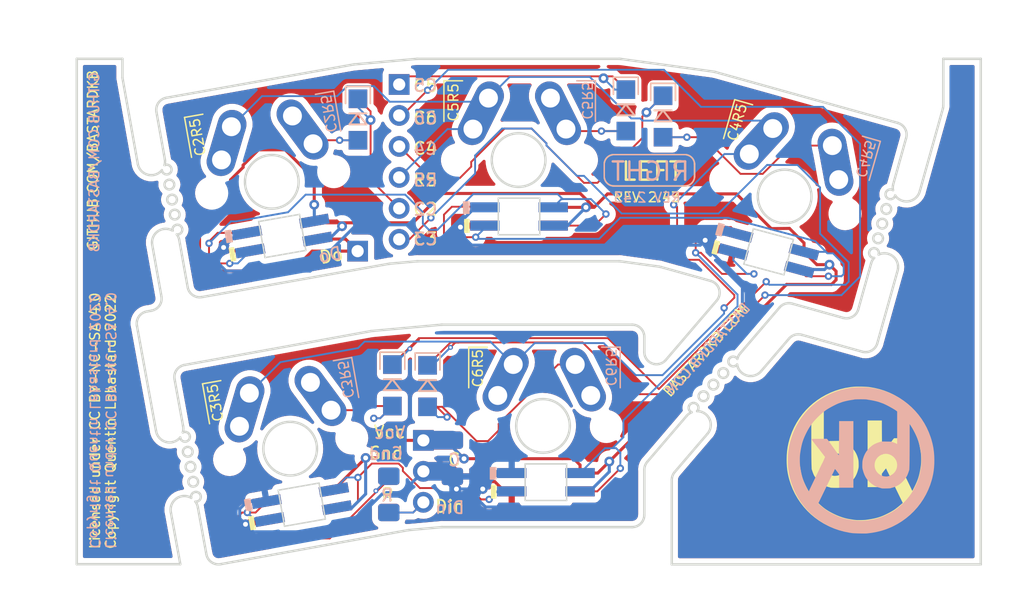
<source format=kicad_pcb>
(kicad_pcb (version 20211014) (generator pcbnew)
  (layers (0 "F.Cu" signal) (31 "B.Cu" signal) (34 "B.Paste" user) (35 "F.Paste" user) (36 "B.SilkS" user "B.Silkscreen") (37 "F.SilkS" user "F.Silkscreen") (38 "B.Mask" user) (39 "F.Mask" user) (44 "Edge.Cuts" user))
  (net 0 "")
  (net 1 "Net-(D1-Pad2)")
  (net 2 "col6")
  (net 3 "Net-(D5-Pad2)")
  (net 4 "col2")
  (net 5 "Net-(D9-Pad2)")
  (net 6 "col3")
  (net 7 "Net-(D14-Pad2)")
  (net 8 "col4")
  (net 9 "Net-(D19-Pad2)")
  (net 10 "col5")
  (net 11 "row1")
  (net 12 "Vcc")
  (net 13 "Din")
  (net 14 "Gnd")
  (net 15 "Net-(D2-Pad1)")
  (net 16 "Net-(D4-Pad1)")
  (net 17 "Net-(D10-Pad3)")
  (net 18 "Net-(D10-Pad1)")
  (net 19 "Net-(D12-Pad1)")
  (net 20 "Net-(D2-Pad3)")
  (footprint "Connector_PinHeader_2.54mm:PinHeader_1x03_P2.54mm_Vertical" (layer "F.Cu") (at 86.41 97.56)
    (fp_text reference "J2" hide)
    (fp_text value "Conn_01x03_Female")
  )
  (footprint "Resistor_SMD:R_1206_3216Metric_Pad1.42x1.75mm_HandSolder" (layer "F.Cu") (at 83.58 101.985 -90)
    (fp_text reference "R2" hide)
    (fp_text value "R")
  )
  (footprint "custom:Diode_TH_SOD123" (layer "F.Cu") (at 86.754162 88.109463 -90)
    (fp_text reference "D1" hide)
    (fp_text value "D")
  )
  (footprint "libs2:YS-SK6812MINI-E_REVERSE" (layer "F.Cu") (at 96.45 100.99)
    (fp_text reference "D4" hide)
    (fp_text value "SK6812MINI")
    (fp_line (start 1.7 1.5) (end 1.7 -1.5) (layer "Edge.Cuts") (width 0.12))
    (fp_line (start -1.7 -1.5) (end -1.7 1.5) (layer "Edge.Cuts") (width 0.12))
    (fp_line (start -1.7 1.5) (end 1.7 1.5) (layer "Edge.Cuts") (width 0.12))
    (fp_line (start 1.7 -1.5) (end -1.7 -1.5) (layer "Edge.Cuts") (width 0.12))
  )
  (footprint "libs2:YS-SK6812MINI-E_REVERSE" (layer "F.Cu") (at 94.25 79.2)
    (fp_text reference "D10" hide)
    (fp_text value "SK6812MINI")
    (fp_line (start -1.7 1.5) (end 1.7 1.5) (layer "Edge.Cuts") (width 0.12))
    (fp_line (start 1.7 -1.5) (end -1.7 -1.5) (layer "Edge.Cuts") (width 0.12))
    (fp_line (start 1.7 1.5) (end 1.7 -1.5) (layer "Edge.Cuts") (width 0.12))
    (fp_line (start -1.7 -1.5) (end -1.7 1.5) (layer "Edge.Cuts") (width 0.12))
  )
  (footprint "custom:Diode_TH_SOD123" (layer "F.Cu") (at 83.872275 88.045142 -90)
    (fp_text reference "D9" hide)
    (fp_text value "D")
  )
  (footprint "custom:SW_MX_reversible" (layer "F.Cu") (at 75.5396 98.2472 10)
    (fp_text reference "SW9" hide)
    (fp_text value "SW_Push")
  )
  (footprint "LED_SMD:LED_1206_3216Metric_Pad1.42x1.75mm_HandSolder" (layer "F.Cu") (at 88.79 99.03 -90)
    (fp_text reference "C1" hide)
    (fp_text value "C")
  )
  (footprint "custom:Diode_TH_SOD123" (layer "F.Cu") (at 81.05 66.25 -90)
    (fp_text reference "D5" hide)
    (fp_text value "D")
  )
  (footprint "custom:SW_MX_reversible" (layer "F.Cu") (at 94.2848 74.5744)
    (fp_text reference "SW19" hide)
    (fp_text value "SW_Push")
  )
  (footprint "custom:SW_MX_reversible" (layer "F.Cu") (at 116.078 77.5716 -16)
    (fp_text reference "SW14" hide)
    (fp_text value "SW_Push")
  )
  (footprint "libs2:YS-SK6812MINI-E_REVERSE" (layer "F.Cu") (at 74.85 80.8 10)
    (fp_text reference "D12" hide)
    (fp_text value "SK6812MINI")
    (fp_line (start 1.7 -1.5) (end -1.7 -1.5) (layer "Edge.Cuts") (width 0.12))
    (fp_line (start -1.7 -1.5) (end -1.7 1.5) (layer "Edge.Cuts") (width 0.12))
    (fp_line (start -1.7 1.5) (end 1.7 1.5) (layer "Edge.Cuts") (width 0.12))
    (fp_line (start 1.7 1.5) (end 1.7 -1.5) (layer "Edge.Cuts") (width 0.12))
  )
  (footprint "libs2:YS-SK6812MINI-E_REVERSE" (layer "F.Cu") (at 76.45 102.83 10)
    (fp_text reference "D2" hide)
    (fp_text value "SK6812MINI")
    (fp_line (start -1.7 1.5) (end 1.7 1.5) (layer "Edge.Cuts") (width 0.12))
    (fp_line (start -1.7 -1.5) (end -1.7 1.5) (layer "Edge.Cuts") (width 0.12))
    (fp_line (start 1.7 -1.5) (end -1.7 -1.5) (layer "Edge.Cuts") (width 0.12))
    (fp_line (start 1.7 1.5) (end 1.7 -1.5) (layer "Edge.Cuts") (width 0.12))
  )
  (footprint "Connector_PinHeader_2.54mm:PinHeader_1x06_P2.54mm_Vertical" (layer "F.Cu") (at 84.4296 68.3768)
    (fp_text reference "J1" hide)
    (fp_text value "Conn_01x06_Female")
  )
  (footprint "custom:SW_MX_reversible" (layer "F.Cu") (at 96.3168 96.4184)
    (fp_text reference "SW1" hide)
    (fp_text value "SW_Push")
  )
  (footprint "custom:Diode_TH_SOD123" (layer "F.Cu") (at 103 65.5 -90)
    (fp_text reference "D19" hide)
    (fp_text value "D")
  )
  (footprint "libs2:YS-SK6812MINI-E_REVERSE" (layer "F.Cu") (at 114.7 82.1 -15)
    (fp_text reference "D7" hide)
    (fp_text value "SK6812MINI")
    (fp_line (start -1.7 -1.5) (end -1.7 1.5) (layer "Edge.Cuts") (width 0.12))
    (fp_line (start 1.7 1.5) (end 1.7 -1.5) (layer "Edge.Cuts") (width 0.12))
    (fp_line (start -1.7 1.5) (end 1.7 1.5) (layer "Edge.Cuts") (width 0.12))
    (fp_line (start 1.7 -1.5) (end -1.7 -1.5) (layer "Edge.Cuts") (width 0.12))
  )
  (footprint "custom:SW_MX_reversible" (layer "F.Cu") (at 74.0664 76.4032 10)
    (fp_text reference "SW5" hide)
    (fp_text value "SW_Push")
  )
  (footprint "Connector_PinHeader_2.54mm:PinHeader_1x01_P2.54mm_Vertical" (layer "F.Cu") (at 81.026 82.042)
    (fp_text reference "J3" hide)
    (fp_text value "Conn_01x01_Female")
  )
  (footprint "custom:Diode_TH_SOD123" (layer "F.Cu") (at 106.05 66 -90)
    (fp_text reference "D14" hide)
    (fp_text value "D")
  )
  (footprint "LOGO" (layer "F.Cu") (at 122.175 99.15)
    (fp_text reference "G***" hide)
    (fp_text value "LOGO" hide)
  )
  (footprint "libs2:YS-SK6812MINI-E_REVERSE_NO_EDGECUT" (layer "B.Cu") (at 94.25 79.2)
    (fp_text reference "D11" hide)
    (fp_text value "SK6812MINI")
  )
  (footprint "libs2:YS-SK6812MINI-E_REVERSE_NO_EDGECUT" (layer "B.Cu") (at 74.85 80.8 10)
    (fp_text reference "D13" hide)
    (fp_text value "SK6812MINI")
  )
  (footprint "libs2:YS-SK6812MINI-E_REVERSE_NO_EDGECUT" (layer "B.Cu") (at 76.45 102.83 10)
    (fp_text reference "D3" hide)
    (fp_text value "SK6812MINI")
  )
  (footprint "LOGO" (layer "B.Cu") (at 122.275 99.2 180)
    (fp_text reference "G***" hide)
    (fp_text value "LOGO" hide)
  )
  (footprint "LED_SMD:LED_1206_3216Metric_Pad1.42x1.75mm_HandSolder" (layer "B.Cu") (at 88.79 99.03 -90)
    (fp_text reference "C2" hide)
    (fp_text value "C")
  )
  (footprint "libs2:YS-SK6812MINI-E_REVERSE_NO_EDGECUT" (layer "B.Cu") (at 96.45 100.99)
    (fp_text reference "D6" hide)
    (fp_text value "SK6812MINI")
  )
  (footprint "Resistor_SMD:R_1206_3216Metric_Pad1.42x1.75mm_HandSolder" (layer "B.Cu") (at 83.58 101.99 -90)
    (fp_text reference "R1" hide)
    (fp_text value "R")
  )
  (footprint "libs2:YS-SK6812MINI-E_REVERSE_NO_EDGECUT" (layer "B.Cu") (at 114.7 82.1 -15)
    (fp_text reference "D8" hide)
    (fp_text value "SK6812MINI")
  )
  (gr_line (start 108.630888 75.91911) (end 108.630888 74.899999) (layer "B.SilkS") (width 0.12))
  (gr_arc (start 107.849999 74.128921) (mid 108.393251 74.359709) (end 108.630888 74.899999) (layer "B.SilkS") (width 0.12))
  (gr_arc (start 108.630888 75.91911) (mid 108.391218 76.471004) (end 107.83481 76.7) (layer "B.SilkS") (width 0.12))
  (gr_arc (start 101.228921 74.90981) (mid 101.468591 74.357916) (end 102.024999 74.12892) (layer "B.SilkS") (width 0.12))
  (gr_arc (start 102.00981 76.699999) (mid 101.466558 76.469211) (end 101.228921 75.928921) (layer "B.SilkS") (width 0.12))
  (gr_line (start 107.83481 76.7) (end 102.00981 76.699999) (layer "B.SilkS") (width 0.12))
  (gr_line (start 102.024999 74.128921) (end 107.849999 74.128921) (layer "B.SilkS") (width 0.12))
  (gr_line (start 101.228921 74.90981) (end 101.228921 75.928921) (layer "B.SilkS") (width 0.12))
  (gr_line (start 101.228922 75.91911) (end 101.228922 74.899999) (layer "F.SilkS") (width 0.12))
  (gr_arc (start 107.834811 74.12892) (mid 108.391219 74.357916) (end 108.630889 74.90981) (layer "F.SilkS") (width 0.12))
  (gr_arc (start 102.025 76.7) (mid 101.468592 76.471004) (end 101.228922 75.91911) (layer "F.SilkS") (width 0.12))
  (gr_arc (start 101.228922 74.899999) (mid 101.46656 74.359709) (end 102.009811 74.128921) (layer "F.SilkS") (width 0.12))
  (gr_arc (start 108.630889 75.928921) (mid 108.393251 76.469211) (end 107.85 76.699999) (layer "F.SilkS") (width 0.12))
  (gr_line (start 108.630889 74.90981) (end 108.630889 75.928921) (layer "F.SilkS") (width 0.12))
  (gr_line (start 102.025 76.7) (end 107.85 76.699999) (layer "F.SilkS") (width 0.12))
  (gr_line (start 107.834811 74.128921) (end 102.009811 74.128921) (layer "F.SilkS") (width 0.12))
  (gr_arc (start 125.273543 71.528083) (mid 125.875837 72.000342) (end 125.967786 72.760166) (layer "Edge.Cuts") (width 0.2))
  (gr_line (start 123.603603 89.594524) (end 125.264183 83.646995) (layer "Edge.Cuts") (width 0.2))
  (gr_line (start 85.870044 82.877356) (end 83.663617 83.072334) (layer "Edge.Cuts") (width 0.2))
  (gr_line (start 107.979626 95.554722) (end 104.75437 99.321531) (layer "Edge.Cuts") (width 0.2))
  (gr_arc (start 106.273569 90.969446) (mid 105.16727 91.25703) (end 104.51397 90.319054) (layer "Edge.Cuts") (width 0.2))
  (gr_arc (start 67.736193 102.582061) (mid 67.861947 102.802356) (end 67.935149 103.045225) (layer "Edge.Cuts") (width 0.2))
  (gr_circle (center 67.108189 98.494757) (end 67.508189 98.494757) (layer "Edge.Cuts") (width 0.2) (fill none))
  (gr_arc (start 116.37133 89.213421) (mid 116.839986 88.907073) (end 117.399848 88.900651) (layer "Edge.Cuts") (width 0.2))
  (gr_arc (start 115.595027 86.660619) (mid 116.063683 86.354271) (end 116.623545 86.347849) (layer "Edge.Cuts") (width 0.2))
  (gr_line (start 87.958943 88.073474) (end 103.51397 88.073475) (layer "Edge.Cuts") (width 0.2))
  (gr_circle (center 94.21397 74.573475) (end 96.41397 74.573475) (layer "Edge.Cuts") (width 0.2) (fill none))
  (gr_circle (center 65.602185 76.585298) (end 66.002185 76.585298) (layer "Edge.Cuts") (width 0.2) (fill none))
  (gr_line (start 129.008891 66.273475) (end 132.079391 66.273475) (layer "Edge.Cuts") (width 0.2))
  (gr_circle (center 65.821393 77.815927) (end 66.221393 77.815927) (layer "Edge.Cuts") (width 0.2) (fill none))
  (gr_arc (start 127.079392 77.145648) (mid 126.178192 77.953235) (end 125.066 77.476385) (layer "Edge.Cuts") (width 0.2))
  (gr_arc (start 66.026436 92.542252) (mid 66.188177 91.79417) (end 66.831519 91.379565) (layer "Edge.Cuts") (width 0.2))
  (gr_arc (start 122.041556 86.822339) (mid 121.569297 87.424633) (end 120.809474 87.516581) (layer "Edge.Cuts") (width 0.2))
  (gr_line (start 87.86918 104.677511) (end 85.193033 104.918705) (layer "Edge.Cuts") (width 0.2))
  (gr_line (start 109.953123 84.485433) (end 105.8498 83.339765) (layer "Edge.Cuts") (width 0.2))
  (gr_line (start 80.752529 66.729582) (end 85.870044 66.277357) (layer "Edge.Cuts") (width 0.2))
  (gr_line (start 107.00437 100.153188) (end 109.688724 97.018103) (layer "Edge.Cuts") (width 0.2))
  (gr_circle (center 109.361709 93.940574) (end 109.761709 93.940574) (layer "Edge.Cuts") (width 0.2) (fill none))
  (gr_arc (start 66.70496 96.907553) (mid 67.239247 97.450064) (end 66.488727 97.321608) (layer "Edge.Cuts") (width 0.2))
  (gr_line (start 82.224916 88.586214) (end 87.86918 88.077511) (layer "Edge.Cuts") (width 0.2))
  (gr_line (start 85.103994 104.930783) (end 69.799635 107.712057) (layer "Edge.Cuts") (width 0.2))
  (gr_arc (start 82.135877 88.598292) (mid 82.180261 88.591252) (end 82.224916 88.586214) (layer "Edge.Cuts") (width 0.2))
  (gr_line (start 110.313869 67.351267) (end 125.273543 71.528083) (layer "Edge.Cuts") (width 0.2))
  (gr_line (start 104.51397 89.073475) (end 104.51397 90.319054) (layer "Edge.Cuts") (width 0.2))
  (gr_line (start 123.097067 83.041925) (end 122.041557 86.822338) (layer "Edge.Cuts") (width 0.2))
  (gr_arc (start 65.868918 80.362055) (mid 66.527591 79.980044) (end 66.215918 80.674769) (layer "Edge.Cuts") (width 0.2))
  (gr_arc (start 124.888938 77.044125) (mid 124.872041 76.791028) (end 124.912276 76.540578) (layer "Edge.Cuts") (width 0.2))
  (gr_arc (start 112.114062 91.340654) (mid 111.40112 91.073262) (end 112.136035 90.874052) (layer "Edge.Cuts") (width 0.2))
  (gr_line (start 132.079391 66.273475) (end 132.079391 107.728172) (layer "Edge.Cuts") (width 0.2))
  (gr_arc (start 108.842585 95.161445) (mid 109.857879 95.819878) (end 109.688724 97.018103) (layer "Edge.Cuts") (width 0.2))
  (gr_arc (start 125.066 77.476384) (mid 124.306821 77.534967) (end 124.888937 77.044125) (layer "Edge.Cuts") (width 0.2))
  (gr_circle (center 116.010422 77.559217) (end 118.210422 77.559217) (layer "Edge.Cuts") (width 0.2) (fill none))
  (gr_line (start 106.273569 90.969446) (end 110.443802 86.098988) (layer "Edge.Cuts") (width 0.2))
  (gr_arc (start 106.76397 100.80358) (mid 106.825993 100.456881) (end 107.00437 100.153188) (layer "Edge.Cuts") (width 0.2))
  (gr_arc (start 123.097067 83.041925) (mid 123.19239 82.806856) (end 123.337955 82.599119) (layer "Edge.Cuts") (width 0.2))
  (gr_arc (start 65.204499 74.996694) (mid 65.736891 75.54107) (end 64.986821 75.409994) (layer "Edge.Cuts") (width 0.2))
  (gr_line (start 65.350353 69.469185) (end 80.665188 66.741197) (layer "Edge.Cuts") (width 0.2))
  (gr_arc (start 109.953123 84.485433) (mid 110.640944 85.157653) (end 110.443802 86.098988) (layer "Edge.Cuts") (width 0.2))
  (gr_line (start 58.014399 66.273475) (end 61.756142 66.273475) (layer "Edge.Cuts") (width 0.2))
  (gr_circle (center 124.004671 79.791252) (end 124.404671 79.791252) (layer "Edge.Cuts") (width 0.2) (fill none))
  (gr_line (start 105.716596 83.31218) (end 102.581512 82.882727) (layer "Edge.Cuts") (width 0.2))
  (gr_line (start 65.229531 74.49323) (end 64.541216 70.629055) (layer "Edge.Cuts") (width 0.2))
  (gr_arc (start 112.136035 90.874053) (mid 112.227565 90.637481) (end 112.36977 90.427429) (layer "Edge.Cuts") (width 0.2))
  (gr_line (start 117.399848 88.900651) (end 122.37152 90.288766) (layer "Edge.Cuts") (width 0.2))
  (gr_line (start 104.513969 99.971923) (end 104.513969 103.673475) (layer "Edge.Cuts") (width 0.2))
  (gr_arc (start 80.665187 66.741197) (mid 80.70873 66.734427) (end 80.752529 66.729582) (layer "Edge.Cuts") (width 0.2))
  (gr_line (start 61.756142 66.273475) (end 61.756142 67.823994) (layer "Edge.Cuts") (width 0.2))
  (gr_line (start 66.831519 91.379565) (end 82.135877 88.598292) (layer "Edge.Cuts") (width 0.2))
  (gr_circle (center 124.340821 78.587298) (end 124.740821 78.587298) (layer "Edge.Cuts") (width 0.2) (fill none))
  (gr_arc (start 103.51397 88.073475) (mid 104.221077 88.366368) (end 104.51397 89.073475) (layer "Edge.Cuts") (width 0.2))
  (gr_line (start 66.496404 107.712057) (end 58.014399 107.712057) (layer "Edge.Cuts") (width 0.2))
  (gr_line (start 58.014399 107.712057) (end 58.014399 66.273475) (layer "Edge.Cuts") (width 0.2))
  (gr_circle (center 110.987688 92.041577) (end 111.387688 92.041577) (layer "Edge.Cuts") (width 0.2) (fill none))
  (gr_line (start 65.721408 103.44753) (end 66.496404 107.712057) (layer "Edge.Cuts") (width 0.2))
  (gr_arc (start 123.713331 82.321102) (mid 124.911681 82.489368) (end 125.264183 83.646995) (layer "Edge.Cuts") (width 0.2))
  (gr_line (start 85.958069 66.273475) (end 102.445796 66.273475) (layer "Edge.Cuts") (width 0.2))
  (gr_arc (start 66.215917 80.674769) (mid 66.340901 80.895502) (end 66.413256 81.138625) (layer "Edge.Cuts") (width 0.2))
  (gr_line (start 83.576275 83.083949) (end 68.26144 85.811937) (layer "Edge.Cuts") (width 0.2))
  (gr_arc (start 110.180665 67.323682) (mid 110.247737 67.335207) (end 110.313869 67.351267) (layer "Edge.Cuts") (width 0.2))
  (gr_line (start 67.101571 85.0028) (end 66.413256 81.138625) (layer "Edge.Cuts") (width 0.2))
  (gr_circle (center 66.040602 79.046556) (end 66.440602 79.046556) (layer "Edge.Cuts") (width 0.2) (fill none))
  (gr_arc (start 102.445797 66.273476) (mid 102.513812 66.275792) (end 102.581512 66.282728) (layer "Edge.Cuts") (width 0.2))
  (gr_line (start 68.636948 106.906974) (end 67.935149 103.045225) (layer "Edge.Cuts") (width 0.2))
  (gr_line (start 61.756142 67.823994) (end 63.014399 74.887804) (layer "Edge.Cuts") (width 0.2))
  (gr_line (start 64.142508 86.92331) (end 63.751047 86.99304) (layer "Edge.Cuts") (width 0.2))
  (gr_arc (start 87.86918 88.077511) (mid 87.914016 88.074484) (end 87.958943 88.073474) (layer "Edge.Cuts") (width 0.2))
  (gr_circle (center 123.668522 80.995205) (end 124.068522 80.995205) (layer "Edge.Cuts") (width 0.2) (fill none))
  (gr_arc (start 129.008891 70.097974) (mid 128.999639 70.23369) (end 128.972054 70.366894) (layer "Edge.Cuts") (width 0.2))
  (gr_arc (start 107.979627 95.554722) (mid 108.165277 95.381869) (end 108.384933 95.255003) (layer "Edge.Cuts") (width 0.2))
  (gr_arc (start 64.198124 81.533201) (mid 64.659956 80.41469) (end 65.868917 80.362054) (layer "Edge.Cuts") (width 0.2))
  (gr_arc (start 65.229531 74.493229) (mid 65.245577 74.746382) (end 65.204499 74.996695) (layer "Edge.Cuts") (width 0.2))
  (gr_arc (start 64.541216 70.629054) (mid 64.705568 69.881542) (end 65.350353 69.469185) (layer "Edge.Cuts") (width 0.2))
  (gr_arc (start 67.388104 102.270559) (mid 68.045441 101.886253) (end 67.736193 102.582061) (layer "Edge.Cuts") (width 0.2))
  (gr_arc (start 87.86918 104.677512) (mid 87.914016 104.674485) (end 87.958943 104.673475) (layer "Edge.Cuts") (width 0.2))
  (gr_line (start 120.809474 87.516581) (end 116.623545 86.347849) (layer "Edge.Cuts") (width 0.2))
  (gr_arc (start 69.799635 107.712057) (mid 69.051553 107.550316) (end 68.636948 106.906974) (layer "Edge.Cuts") (width 0.2))
  (gr_line (start 102.445796 82.873475) (end 85.958069 82.873475) (layer "Edge.Cuts") (width 0.2))
  (gr_line (start 125.967786 72.760166) (end 124.912276 76.540578) (layer "Edge.Cuts") (width 0.2))
  (gr_circle (center 67.555195 100.954469) (end 67.955195 100.954469) (layer "Edge.Cuts") (width 0.2) (fill none))
  (gr_arc (start 65.721408 103.447531) (mid 66.179333 102.327414) (end 67.388103 102.270559) (layer "Edge.Cuts") (width 0.2))
  (gr_line (start 103.513969 104.673475) (end 87.958943 104.673475) (layer "Edge.Cuts") (width 0.2))
  (gr_arc (start 85.870044 82.877357) (mid 85.914014 82.874446) (end 85.958069 82.873475) (layer "Edge.Cuts") (width 0.2))
  (gr_arc (start 62.942529 88.156345) (mid 63.105265 87.40683) (end 63.751047 86.99304) (layer "Edge.Cuts") (width 0.2))
  (gr_arc (start 123.603602 89.594524) (mid 123.131343 90.196818) (end 122.37152 90.288766) (layer "Edge.Cuts") (width 0.2))
  (gr_line (start 129.008891 70.097974) (end 129.008891 66.273475) (layer "Edge.Cuts") (width 0.2))
  (gr_arc (start 66.728234 96.404001) (mid 66.745164 96.657096) (end 66.70496 96.907551) (layer "Edge.Cuts") (width 0.2))
  (gr_circle (center 73.99277 76.360383) (end 76.19277 76.360383) (layer "Edge.Cuts") (width 0.2) (fill none))
  (gr_line (start 62.942529 88.156345) (end 64.514493 96.806306) (layer "Edge.Cuts") (width 0.2))
  (gr_arc (start 105.716596 83.31218) (mid 105.783668 83.323705) (end 105.8498 83.339765) (layer "Edge.Cuts") (width 0.2))
  (gr_arc (start 85.103994 104.930783) (mid 85.148378 104.923743) (end 85.193033 104.918705) (layer "Edge.Cuts") (width 0.2))
  (gr_line (start 106.763969 107.728172) (end 106.763969 100.803579) (layer "Edge.Cuts") (width 0.2))
  (gr_line (start 115.595026 86.66062) (end 112.36977 90.427429) (layer "Edge.Cuts") (width 0.2))
  (gr_line (start 102.581512 66.282728) (end 110.180665 67.323682) (layer "Edge.Cuts") (width 0.2))
  (gr_line (start 132.079391 107.728172) (end 106.763969 107.728172) (layer "Edge.Cuts") (width 0.2))
  (gr_line (start 127.079391 77.145648) (end 128.972054 70.366894) (layer "Edge.Cuts") (width 0.2))
  (gr_circle (center 67.331692 99.724613) (end 67.731692 99.724613) (layer "Edge.Cuts") (width 0.2) (fill none))
  (gr_arc (start 123.337956 82.599119) (mid 123.094302 81.877719) (end 123.713331 82.321102) (layer "Edge.Cuts") (width 0.2))
  (gr_line (start 114.078868 91.89081) (end 116.371329 89.213421) (layer "Edge.Cuts") (width 0.2))
  (gr_line (start 66.728234 96.404001) (end 66.026436 92.542252) (layer "Edge.Cuts") (width 0.2))
  (gr_arc (start 114.078868 91.890809) (mid 112.920981 92.242452) (end 112.114062 91.340654) (layer "Edge.Cuts") (width 0.2))
  (gr_line (start 64.198124 81.5332) (end 64.951644 85.76344) (layer "Edge.Cuts") (width 0.2))
  (gr_arc (start 85.870044 66.277357) (mid 85.914014 66.274446) (end 85.958069 66.273475) (layer "Edge.Cuts") (width 0.2))
  (gr_circle (center 110.174698 92.991076) (end 110.574698 92.991076) (layer "Edge.Cuts") (width 0.2) (fill none))
  (gr_arc (start 68.261441 85.811936) (mid 67.513928 85.647585) (end 67.101571 85.0028) (layer "Edge.Cuts") (width 0.2))
  (gr_arc (start 104.513969 103.673475) (mid 104.221076 104.380582) (end 103.513969 104.673475) (layer "Edge.Cuts") (width 0.2))
  (gr_arc (start 64.951644 85.76344) (mid 64.787293 86.510953) (end 64.142508 86.92331) (layer "Edge.Cuts") (width 0.2))
  (gr_circle (center 96.213969 96.373475) (end 98.413969 96.373475) (layer "Edge.Cuts") (width 0.2) (fill none))
  (gr_circle (center 75.497938 98.240555) (end 77.697938 98.240555) (layer "Edge.Cuts") (width 0.2) (fill none))
  (gr_arc (start 83.576275 83.083949) (mid 83.619818 83.077179) (end 83.663617 83.072334) (layer "Edge.Cuts") (width 0.2))
  (gr_arc (start 64.986822 75.409993) (mid 63.834046 75.778049) (end 63.014399 74.887804) (layer "Edge.Cuts") (width 0.2))
  (gr_arc (start 66.488727 97.321609) (mid 65.337242 97.693686) (end 64.514493 96.806306) (layer "Edge.Cuts") (width 0.2))
  (gr_arc (start 108.384933 95.255003) (mid 108.468603 94.498179) (end 108.842586 95.161444) (layer "Edge.Cuts") (width 0.2))
  (gr_arc (start 102.445796 82.873475) (mid 102.513811 82.875791) (end 102.581512 82.882727) (layer "Edge.Cuts") (width 0.2))
  (gr_arc (start 104.513969 99.971923) (mid 104.575993 99.625223) (end 104.75437 99.321531) (layer "Edge.Cuts") (width 0.2))
  (gr_text "C6R5" (at 101.763 91.55 270) (layer "B.SilkS") (effects (font (size 0.8 0.8) (thickness 0.12)) (justify mirror)))
  (gr_text "C3R5" (at 80.025 92.575 280) (layer "B.SilkS") (effects (font (size 0.8 0.8) (thickness 0.12)) (justify mirror)))
  (gr_text "C" (at 88.94 99.1775) (layer "B.SilkS") (effects (font (size 1 1)) (justify mirror)))
  (gr_text "RIGHT" (at 104.999999 75.5025) (layer "B.SilkS") (effects (font (size 1.5 1.5) (thickness 0.2)) (justify mirror)))
  (gr_text "R" (at 83.44 102.0675) (layer "B.SilkS") (effects (font (size 1 1)) (justify mirror)))
  (gr_text "C2" (at 86.575 78.6176) (layer "B.SilkS") (effects (font (size 1 1)) (justify mirror)))
  (gr_text "Din" (at 88.575 103.0775) (layer "B.SilkS") (effects (font (size 1 1)) (justify mirror)))
  (gr_text "REV 2.43" (at 104.75 77.65) (layer "B.SilkS") (effects (font (size 0.8 0.8) (thickness 0.12)) (justify mirror)))
  (gr_text "C4R5" (at 122.625 74.475 254) (layer "B.SilkS") (effects (font (size 0.8 0.8) (thickness 0.12)) (justify mirror)))
  (gr_text "C5" (at 86.575 68.4576) (layer "B.SilkS") (effects (font (size 1 1)) (justify mirror)))
  (gr_text "GITHUB.COM/BASTARDKB" (at 59.45 74.75 90) (layer "B.SilkS") (effects (font (size 0.8 0.8) (thickness 0.12)) (justify mirror)))
  (gr_text "Vcc" (at 83.65 96.9275) (layer "B.SilkS") (effects (font (size 1 1)) (justify mirror)))
  (gr_text "R5" (at 86.575 76.2317) (layer "B.SilkS") (effects (font (size 1 1)) (justify mirror)))
  (gr_text "Do" (at 78.74903 82.34721 10) (layer "B.SilkS") (effects (font (size 1 1)) (justify mirror)))
  (gr_text "C5R5" (at 99.813 69.7 270) (layer "B.SilkS") (effects (font (size 0.8 0.8) (thickness 0.12)) (justify mirror)))
  (gr_text "C2R5" (at 78.625 70.775 280) (layer "B.SilkS") (effects (font (size 0.8 0.8) (thickness 0.12)) (justify mirror)))
  (gr_text "C3" (at 86.575 81.0577) (layer "B.SilkS") (effects (font (size 1 1)) (justify mirror)))
  (gr_text "C6" (at 86.575 71.15) (layer "B.SilkS") (effects (font (size 1 1)) (justify mirror)))
  (gr_text "C4" (at 86.575 73.6409) (layer "B.SilkS") (effects (font (size 1 1)) (justify mirror)))
  (gr_text "Gnd" (at 83.34 98.6425) (layer "B.SilkS") (effects (font (size 1 1)) (justify mirror)))
  (gr_text "BASTARDKB.COM" (at 109.725 90.075 48) (layer "B.SilkS") (effects (font (size 0.8 0.8) (thickness 0.12)) (justify mirror)))
  (gr_text "Licensed under CC BY-NC-SA 4.0\nCopyright Quentin Lebastard 2022" (at 60.14 106.51 -90) (layer "B.SilkS") (effects (font (size 0.8 0.8) (thickness 0.12)) (justify left mirror)))
  (gr_text "C3R5" (at 69.375 94.475 100) (layer "F.SilkS") (effects (font (size 0.8 0.8) (thickness 0.12))))
  (gr_text "Din" (at 88.575 102.975) (layer "F.SilkS") (effects (font (size 1 1))))
  (gr_text "C3" (at 86.575 81.0401) (layer "F.SilkS") (effects (font (size 1 1))))
  (gr_text "C5" (at 86.575 68.4824) (layer "F.SilkS") (effects (font (size 1 1))))
  (gr_text "Vcc" (at 83.65 96.875) (layer "F.SilkS") (effects (font (size 1 1))))
  (gr_text "BASTARDKB.COM" (at 109.55 90.2 48) (layer "F.SilkS") (effects (font (size 0.8 0.8) (thickness 0.12))))
  (gr_text "GITHUB.COM/BASTARDKB" (at 59.325 74.575 90) (layer "F.SilkS") (effects (font (size 0.8 0.8) (thickness 0.12))))
  (gr_text "C4R5" (at 112.125 71.475 74) (layer "F.SilkS") (effects (font (size 0.8 0.8) (thickness 0.12))))
  (gr_text "C" (at 88.94 99.13) (layer "F.SilkS") (effects (font (size 1 1))))
  (gr_text "C2" (at 86.575 78.6) (layer "F.SilkS") (effects (font (size 1 1))))
  (gr_text "C5R5" (at 88.875 69.85 90) (layer "F.SilkS") (effects (font (size 0.8 0.8) (thickness 0.12))))
  (gr_text "Do" (at 78.875 82.425 10) (layer "F.SilkS") (effects (font (size 1 1))))
  (gr_text "C6R5" (at 90.875 91.65 90) (layer "F.SilkS") (effects (font (size 0.8 0.8) (thickness 0.12))))
  (gr_text "R" (at 83.47 102) (layer "F.SilkS") (effects (font (size 1 1))))
  (gr_text "Licensed under CC BY-NC-SA 4.0\nCopyright Quentin Lebastard 2022" (at 60.149509 106.5431 90) (layer "F.SilkS") (effects (font (size 0.8 0.8) (thickness 0.12)) (justify left)))
  (gr_text "LEFT" (at 105.15 75.5) (layer "F.SilkS") (effects (font (size 1.5 1.5) (thickness 0.2))))
  (gr_text "C2R5" (at 67.925 72.7 100) (layer "F.SilkS") (effects (font (size 0.8 0.8) (thickness 0.12))))
  (gr_text "R5" (at 86.575 76.2141) (layer "F.SilkS") (effects (font (size 1 1))))
  (gr_text "Gnd" (at 83.34 98.6) (layer "F.SilkS") (effects (font (size 1 1))))
  (gr_text "REV 2.43" (at 104.725 77.625) (layer "F.SilkS") (effects (font (size 0.8 0.8) (thickness 0.12))))
  (gr_text "C4" (at 86.575 73.6233) (layer "F.SilkS") (effects (font (size 1 1))))
  (gr_text "C6" (at 86.575 71.1324) (layer "F.SilkS") (effects (font (size 1 1))))
  (segment (start 92.58 96.74331) (end 92.58 96.211978) (width 0.1524) (layer "F.Cu") (net 1))
  (segment (start 87.959753 94.809463) (end 90.77029 97.62) (width 0.1524) (layer "F.Cu") (net 1))
  (segment (start 86.754162 94.809463) (end 87.959753 94.809463) (width 0.1524) (layer "F.Cu") (net 1))
  (segment (start 90.77029 97.62) (end 91.70331 97.62) (width 0.1524) (layer "F.Cu") (net 1))
  (segment (start 91.70331 97.62) (end 92.58 96.74331) (width 0.1524) (layer "F.Cu") (net 1))
  (segment (start 92.58 96.211978) (end 97.453578 91.3384) (width 0.1524) (layer "F.Cu") (net 1))
  (segment (start 97.453578 91.3384) (end 98.8568 91.3384) (width 0.1524) (layer "F.Cu") (net 1))
  (segment (start 87.509463 94.809463) (end 88.35 95.65) (width 0.1524) (layer "F.Cu") (net 1))
  (segment (start 86.754162 94.809463) (end 87.509463 94.809463) (width 0.1524) (layer "F.Cu") (net 1))
  (via (at 88.35 95.65) (size 0.6) (drill 0.3) (layers "F.Cu" "B.Cu") (net 1))
  (segment (start 87.594699 95.65) (end 88.35 95.65) (width 0.1524) (layer "B.Cu") (net 1))
  (segment (start 86.754162 94.809463) (end 87.594699 95.65) (width 0.1524) (layer "B.Cu") (net 1))
  (segment (start 89.29 89.53) (end 99.455178 89.53) (width 0.1524) (layer "F.Cu") (net 2))
  (segment (start 99.455178 89.53) (end 103.7 93.774822) (width 0.1524) (layer "F.Cu") (net 2))
  (segment (start 84.6832 70.9168) (end 84.4296 70.9168) (width 0.1524) (layer "F.Cu") (net 2))
  (segment (start 88.633625 89.53) (end 89.29 89.53) (width 0.1524) (layer "F.Cu") (net 2))
  (segment (start 106.275178 93.774822) (end 114.4 85.65) (width 0.1524) (layer "F.Cu") (net 2))
  (segment (start 103.7 93.774822) (end 106.275178 93.774822) (width 0.1524) (layer "F.Cu") (net 2))
  (segment (start 86.754162 91.409463) (end 88.633625 89.53) (width 0.1524) (layer "F.Cu") (net 2))
  (segment (start 86.75 68.85) (end 84.6832 70.9168) (width 0.1524) (layer "F.Cu") (net 2))
  (segment (start 89.039825 89.53) (end 89.29 89.53) (width 0.1524) (layer "F.Cu") (net 2))
  (segment (start 88.633625 89.9362) (end 89.039825 89.53) (width 0.1524) (layer "F.Cu") (net 2))
  (via (at 88.633625 89.9362) (size 0.4) (drill 0.2) (layers "F.Cu" "B.Cu") (net 2))
  (via (at 86.75 68.85) (size 0.6) (drill 0.3) (layers "F.Cu" "B.Cu") (net 2))
  (via (at 114.4 85.65) (size 0.6) (drill 0.3) (layers "F.Cu" "B.Cu") (net 2))
  (segment (start 109.16 70.21) (end 106.12 67.17) (width 0.1524) (layer "B.Cu") (net 2))
  (segment (start 114.4 85.65) (end 120.67 85.65) (width 0.1524) (layer "B.Cu") (net 2))
  (segment (start 87.160362 91.409463) (end 88.633625 89.9362) (width 0.1524) (layer "B.Cu") (net 2))
  (segment (start 122.19 73.246265) (end 119.153735 70.21) (width 0.1524) (layer "B.Cu") (net 2))
  (segment (start 88.43 67.17) (end 86.75 68.85) (width 0.1524) (layer "B.Cu") (net 2))
  (segment (start 106.12 67.17) (end 88.43 67.17) (width 0.1524) (layer "B.Cu") (net 2))
  (segment (start 86.754162 91.409463) (end 87.160362 91.409463) (width 0.1524) (layer "B.Cu") (net 2))
  (segment (start 119.153735 70.21) (end 109.16 70.21) (width 0.1524) (layer "B.Cu") (net 2))
  (segment (start 122.19 84.13) (end 122.19 73.246265) (width 0.1524) (layer "B.Cu") (net 2))
  (segment (start 120.67 85.65) (end 122.19 84.13) (width 0.1524) (layer "B.Cu") (net 2))
  (segment (start 81.05 72.95) (end 77.66764 72.95) (width 0.1524) (layer "F.Cu") (net 3))
  (segment (start 77.66764 72.95) (end 77.377451 73.240189) (width 0.1524) (layer "F.Cu") (net 3))
  (via (at 79.55 72.95) (size 0.6) (drill 0.3) (layers "F.Cu" "B.Cu") (net 3))
  (segment (start 81.05 72.95) (end 79.55 72.95) (width 0.1524) (layer "B.Cu") (net 3))
  (segment (start 82.08821 76.19541) (end 84.4296 78.5368) (width 0.1524) (layer "F.Cu") (net 4))
  (segment (start 81.05 69.55) (end 82.08821 70.58821) (width 0.1524) (layer "F.Cu") (net 4))
  (segment (start 82.08821 70.58821) (end 82.08821 76.19541) (width 0.1524) (layer "F.Cu") (net 4))
  (via (at 82.08821 71.28821) (size 0.8) (drill 0.4) (layers "F.Cu" "B.Cu") (net 4))
  (segment (start 81.05 69.55) (end 81.05 70.25) (width 0.1524) (layer "B.Cu") (net 4))
  (segment (start 81.05 70.25) (end 82.08821 71.28821) (width 0.1524) (layer "B.Cu") (net 4))
  (segment (start 81.055811 95.084189) (end 81.394858 94.745142) (width 0.1524) (layer "F.Cu") (net 5))
  (segment (start 78.850651 95.084189) (end 81.055811 95.084189) (width 0.1524) (layer "F.Cu") (net 5))
  (segment (start 83.872275 94.745142) (end 82.867417 95.75) (width 0.1524) (layer "F.Cu") (net 5))
  (segment (start 81.394858 94.745142) (end 83.872275 94.745142) (width 0.1524) (layer "F.Cu") (net 5))
  (segment (start 82.867417 95.75) (end 82.35 95.75) (width 0.1524) (layer "F.Cu") (net 5))
  (via (at 82.35 95.75) (size 0.6) (drill 0.3) (layers "F.Cu" "B.Cu") (net 5))
  (segment (start 83.872275 94.745142) (end 82.867417 95.75) (width 0.1524) (layer "B.Cu") (net 5))
  (segment (start 82.867417 95.75) (end 82.35 95.75) (width 0.1524) (layer "B.Cu") (net 5))
  (segment (start 84.4296 81.0768) (end 85.2632 81.0768) (width 0.1524) (layer "F.Cu") (net 6))
  (segment (start 85.2632 81.0768) (end 87.03 79.31) (width 0.1524) (layer "F.Cu") (net 6))
  (segment (start 101.52759 89.17759) (end 105.7 93.35) (width 0.1524) (layer "F.Cu") (net 6))
  (segment (start 86.039827 89.17759) (end 101.52759 89.17759) (width 0.1524) (layer "F.Cu") (net 6))
  (segment (start 105.7 93.35) (end 114.5 84.55) (width 0.1524) (layer "F.Cu") (net 6))
  (segment (start 83.872275 91.345142) (end 86.039827 89.17759) (width 0.1524) (layer "F.Cu") (net 6))
  (segment (start 85.3 90.05) (end 86.039827 89.310173) (width 0.1524) (layer "F.Cu") (net 6))
  (segment (start 86.039827 89.310173) (end 86.039827 89.17759) (width 0.1524) (layer "F.Cu") (net 6))
  (via (at 87.03 79.31) (size 0.6) (drill 0.3) (layers "F.Cu" "B.Cu") (net 6))
  (via (at 114.5 84.55) (size 0.6) (drill 0.3) (layers "F.Cu" "B.Cu") (net 6))
  (via (at 85.3 90.05) (size 0.4) (drill 0.2) (layers "F.Cu" "B.Cu") (net 6))
  (segment (start 102.65717 78.95717) (end 99.57 75.87) (width 0.1524) (layer "B.Cu") (net 6))
  (segment (start 92.858247 71.991753) (end 90.65 74.2) (width 0.1524) (layer "B.Cu") (net 6))
  (segment (start 118.913773 76.819267) (end 117.07284 74.978334) (width 0.1524) (layer "B.Cu") (net 6))
  (segment (start 120.999192 84.800808) (end 121.26 84.54) (width 0.1524) (layer "B.Cu") (net 6))
  (segment (start 99.57 75.87) (end 98.99229 75.87) (width 0.1524) (layer "B.Cu") (net 6))
  (segment (start 110.59283 78.95717) (end 102.65717 78.95717) (width 0.1524) (layer "B.Cu") (net 6))
  (segment (start 117.07284 74.978334) (end 114.571666 74.978334) (width 0.1524) (layer "B.Cu") (net 6))
  (segment (start 83.872275 91.345142) (end 84.004858 91.345142) (width 0.1524) (layer "B.Cu") (net 6))
  (segment (start 96.498179 73.375889) (end 96.498179 73.209327) (width 0.1524) (layer "B.Cu") (net 6))
  (segment (start 121.26 82.96) (end 118.913773 80.613773) (width 0.1524) (layer "B.Cu") (net 6))
  (segment (start 84.004858 91.345142) (end 85.3 90.05) (width 0.1524) (layer "B.Cu") (net 6))
  (segment (start 114.5 84.55) (end 114.750808 84.800808) (width 0.1524) (layer "B.Cu") (net 6))
  (segment (start 95.280605 71.991753) (end 92.858247 71.991753) (width 0.1524) (layer "B.Cu") (net 6))
  (segment (start 90.65 74.2) (end 90.65 75.69) (width 0.1524) (layer "B.Cu") (net 6))
  (segment (start 98.99229 75.87) (end 96.498179 73.375889) (width 0.1524) (layer "B.Cu") (net 6))
  (segment (start 114.750808 84.800808) (end 120.999192 84.800808) (width 0.1524) (layer "B.Cu") (net 6))
  (segment (start 90.65 75.69) (end 87.03 79.31) (width 0.1524) (layer "B.Cu") (net 6))
  (segment (start 121.26 84.54) (end 121.26 82.96) (width 0.1524) (layer "B.Cu") (net 6))
  (segment (start 96.498179 73.209327) (end 95.280605 71.991753) (width 0.1524) (layer "B.Cu") (net 6))
  (segment (start 118.913773 80.613773) (end 118.913773 76.819267) (width 0.1524) (layer "B.Cu") (net 6))
  (segment (start 114.571666 74.978334) (end 110.59283 78.95717) (width 0.1524) (layer "B.Cu") (net 6))
  (segment (start 112.397557 75.706018) (end 114.211525 75.706018) (width 0.1524) (layer "F.Cu") (net 7))
  (segment (start 106.05 72.7) (end 109.391539 72.7) (width 0.1524) (layer "F.Cu") (net 7))
  (segment (start 114.211525 75.706018) (end 116.529034 73.388509) (width 0.1524) (layer "F.Cu") (net 7))
  (segment (start 116.529034 73.388509) (end 119.919842 73.388509) (width 0.1524) (layer "F.Cu") (net 7))
  (segment (start 109.391539 72.7) (end 112.397557 75.706018) (width 0.1524) (layer "F.Cu") (net 7))
  (via (at 108 72.7) (size 0.6) (drill 0.3) (layers "F.Cu" "B.Cu") (net 7))
  (segment (start 106.05 72.7) (end 108 72.7) (width 0.1524) (layer "B.Cu") (net 7))
  (segment (start 87.0128 76.04) (end 84.4296 73.4568) (width 0.1524) (layer "F.Cu") (net 8))
  (segment (start 90.331901 74.722922) (end 90.331901 75.115409) (width 0.1524) (layer "F.Cu") (net 8))
  (segment (start 104.35 72.76462) (end 100.67462 76.44) (width 0.1524) (layer "F.Cu") (net 8))
  (segment (start 106.05 69.3) (end 104.685 70.665) (width 0.1524) (layer "F.Cu") (net 8))
  (segment (start 104.35 71) (end 104.35 72.76462) (width 0.1524) (layer "F.Cu") (net 8))
  (segment (start 93.059073 71.99575) (end 90.331901 74.722922) (width 0.1524) (layer "F.Cu") (net 8))
  (segment (start 95.283828 71.99575) (end 93.059073 71.99575) (width 0.1524) (layer "F.Cu") (net 8))
  (segment (start 96.498179 73.210101) (end 95.283828 71.99575) (width 0.1524) (layer "F.Cu") (net 8))
  (segment (start 96.498179 73.375889) (end 96.498179 73.210101) (width 0.1524) (layer "F.Cu") (net 8))
  (segment (start 100.67462 76.44) (end 99.56229 76.44) (width 0.1524) (layer "F.Cu") (net 8))
  (segment (start 90.331901 75.115409) (end 89.40731 76.04) (width 0.1524) (layer "F.Cu") (net 8))
  (segment (start 104.685 70.665) (end 104.35 71) (width 0.1524) (layer "F.Cu") (net 8))
  (segment (start 99.56229 76.44) (end 96.498179 73.375889) (width 0.1524) (layer "F.Cu") (net 8))
  (segment (start 89.40731 76.04) (end 87.0128 76.04) (width 0.1524) (layer "F.Cu") (net 8))
  (via (at 104.685 70.665) (size 0.8) (drill 0.4) (layers "F.Cu" "B.Cu") (net 8))
  (segment (start 106.05 69.3) (end 104.685 70.665) (width 0.1524) (layer "B.Cu") (net 8))
  (segment (start 98.2604 72.2) (end 98.0948 72.0344) (width 0.1524) (layer "F.Cu") (net 9))
  (segment (start 103 72.2) (end 98.2604 72.2) (width 0.1524) (layer "F.Cu") (net 9))
  (via (at 101 72.2) (size 0.6) (drill 0.3) (layers "F.Cu" "B.Cu") (net 9))
  (segment (start 103 72.2) (end 101 72.2) (width 0.1524) (layer "B.Cu") (net 9))
  (segment (start 101.91 67.71) (end 85.0964 67.71) (width 0.1524) (layer "F.Cu") (net 10))
  (segment (start 103 68.8) (end 101.91 67.71) (width 0.1524) (layer "F.Cu") (net 10))
  (segment (start 85.0964 67.71) (end 84.4296 68.3768) (width 0.1524) (layer "F.Cu") (net 10))
  (via (at 101.171801 67.868199) (size 0.8) (drill 0.4) (layers "F.Cu" "B.Cu") (net 10))
  (segment (start 103 68.8) (end 102.103602 68.8) (width 0.1524) (layer "B.Cu") (net 10))
  (segment (start 102.103602 68.8) (end 101.171801 67.868199) (width 0.1524) (layer "B.Cu") (net 10))
  (segment (start 111.05 86.7) (end 111.887537 85.862462) (width 0.1524) (layer "F.Cu") (net 11))
  (segment (start 107.2 78.52) (end 106.92 78.24) (width 0.1524) (layer "F.Cu") (net 11))
  (segment (start 107.2 78.75) (end 107.2 78.52) (width 0.1524) (layer "F.Cu") (net 11))
  (segment (start 111.887537 85.862462) (end 111.887537 85.641815) (width 0.1524) (layer "F.Cu") (net 11))
  (segment (start 111.887537 85.641815) (end 108.998143 82.752421) (width 0.1524) (layer "F.Cu") (net 11))
  (segment (start 108.052421 82.752421) (end 107.2 81.9) (width 0.1524) (layer "F.Cu") (net 11))
  (segment (start 107.2 78.75) (end 107.2 78.4) (width 0.1524) (layer "F.Cu") (net 11))
  (segment (start 108.998143 82.752421) (end 108.052421 82.752421) (width 0.1524) (layer "F.Cu") (net 11))
  (segment (start 107.2 81.9) (end 107.2 78.75) (width 0.1524) (layer "F.Cu") (net 11))
  (via (at 106.92 78.24) (size 0.6) (drill 0.3) (layers "F.Cu" "B.Cu") (net 11))
  (via (at 111.05 86.7) (size 0.6) (drill 0.3) (layers "F.Cu" "B.Cu") (net 11))
  (segment (start 93.47741 67.76179) (end 100.04717 67.76179) (width 0.1524) (layer "B.Cu") (net 11))
  (segment (start 93.7768 91.3384) (end 91.8984 89.46) (width 0.1524) (layer "B.Cu") (net 11))
  (segment (start 83.646237 69.790599) (end 91.448601 69.790599) (width 0.1524) (layer "B.Cu") (net 11))
  (segment (start 88.392 72.0344) (end 90.4748 72.0344) (width 0.1524) (layer "B.Cu") (net 11))
  (segment (start 93.7768 91.3384) (end 95.533301 89.581899) (width 0.1524) (layer "B.Cu") (net 11))
  (segment (start 106.007497 92.212503) (end 111.05 87.17) (width 0.1524) (layer "B.Cu") (net 11))
  (segment (start 91.448601 69.790599) (end 91.7448 69.4944) (width 0.1524) (layer "B.Cu") (net 11))
  (segment (start 81.59328 89.46) (end 81.064879 89.988401) (width 0.1524) (layer "B.Cu") (net 11))
  (segment (start 113.115712 74.079817) (end 111.080183 74.079817) (width 0.1524) (layer "B.Cu") (net 11))
  (segment (start 103.44717 71.16179) (end 104.18101 71.16179) (width 0.1524) (layer "B.Cu") (net 11))
  (segment (start 104.360422 71.341202) (end 114.389563 71.341202) (width 0.1524) (layer "B.Cu") (net 11))
  (segment (start 100.04717 67.76179) (end 103.44717 71.16179) (width 0.1524) (layer "B.Cu") (net 11))
  (segment (start 95.533301 89.581899) (end 101.181899 89.581899) (width 0.1524) (layer "B.Cu") (net 11))
  (segment (start 91.7448 69.4944) (end 93.47741 67.76179) (width 0.1524) (layer "B.Cu") (net 11))
  (segment (start 104.18101 71.16179) (end 104.360422 71.341202) (width 0.1524) (layer "B.Cu") (net 11))
  (segment (start 81.064879 89.988401) (end 74.695607 91.145892) (width 0.1524) (layer "B.Cu") (net 11))
  (segment (start 111.05 87.17) (end 111.05 86.7) (width 0.1524) (layer "B.Cu") (net 11))
  (segment (start 103.812504 92.212503) (end 106.007497 92.212503) (width 0.1524) (layer "B.Cu") (net 11))
  (segment (start 114.389563 71.341202) (end 115.036633 71.988272) (width 0.1524) (layer "B.Cu") (net 11))
  (segment (start 101.181899 89.581899) (end 103.812504 92.212503) (width 0.1524) (layer "B.Cu") (net 11))
  (segment (start 79.352271 69.333109) (end 80.17359 68.51179) (width 0.1524) (layer "B.Cu") (net 11))
  (segment (start 70.682856 71.841443) (end 73.19119 69.333109) (width 0.1524) (layer "B.Cu") (net 11))
  (segment (start 73.19119 69.333109) (end 79.352271 69.333109) (width 0.1524) (layer "B.Cu") (net 11))
  (segment (start 74.695607 91.145892) (end 72.156056 93.685443) (width 0.1524) (layer "B.Cu") (net 11))
  (segment (start 91.8984 89.46) (end 81.59328 89.46) (width 0.1524) (layer "B.Cu") (net 11))
  (segment (start 84.4296 75.9968) (end 88.392 72.0344) (width 0.1524) (layer "B.Cu") (net 11))
  (segment (start 80.17359 68.51179) (end 82.367428 68.51179) (width 0.1524) (layer "B.Cu") (net 11))
  (segment (start 111.080183 74.079817) (end 106.92 78.24) (width 0.1524) (layer "B.Cu") (net 11))
  (segment (start 82.367428 68.51179) (end 83.646237 69.790599) (width 0.1524) (layer "B.Cu") (net 11))
  (segment (start 101.5 77.35) (end 100.4 78.45) (width 0.25) (layer "F.Cu") (net 12))
  (segment (start 100.7 100.24) (end 101.645 99.295) (width 0.25) (layer "F.Cu") (net 12))
  (segment (start 100.4 78.45) (end 99.72881 78.45) (width 0.25) (layer "F.Cu") (net 12))
  (segment (start 89.742636 99.062636) (end 97.797364 99.062636) (width 0.25) (layer "F.Cu") (net 12))
  (segment (start 99.25 99.58) (end 98.732636 99.062636) (width 0.25) (layer "F.Cu") (net 12))
  (segment (start 85.55 79.72) (end 77.622047 79.72) (width 0.25) (layer "F.Cu") (net 12))
  (segment (start 99.26499 77.31499) (end 87.95501 77.31499) (width 0.25) (layer "F.Cu") (net 12))
  (segment (start 84.96 97.56) (end 86.41 97.56) (width 0.25) (layer "F.Cu") (net 12))
  (segment (start 84.925 97.525) (end 84.96 97.56) (width 0.25) (layer "F.Cu") (net 12))
  (segment (start 81.682405 99) (end 83.45 99) (width 0.25) (layer "F.Cu") (net 12))
  (segment (start 116.164998 84.775002) (end 119.850002 84.775002) (width 0.25) (layer "F.Cu") (net 12))
  (segment (start 120.225002 83.693623) (end 119.681379 83.15) (width 0.25) (layer "F.Cu") (net 12))
  (segment (start 117.598707 82.100249) (end 118.648458 83.15) (width 0.25) (layer "F.Cu") (net 12))
  (segment (start 118.648458 83.15) (end 119.681379 83.15) (width 0.25) (layer "F.Cu") (net 12))
  (segment (start 119.850002 84.775002) (end 120.225002 84.400002) (width 0.25) (layer "F.Cu") (net 12))
  (segment (start 99.72881 78.45) (end 99.728807 78.450003) (width 0.25) (layer "F.Cu") (net 12))
  (segment (start 99.25 100.24) (end 100.7 100.24) (width 0.25) (layer "F.Cu") (net 12))
  (segment (start 79.325179 79.575179) (end 79.75 80) (width 0.25) (layer "F.Cu") (net 12))
  (segment (start 77.622047 79.72) (end 77.477226 79.575179) (width 0.25) (layer "F.Cu") (net 12))
  (segment (start 100.4 78.45) (end 99.26499 77.31499) (width 0.25) (layer "F.Cu") (net 12))
  (segment (start 99.25 100.24) (end 99.25 99.58) (width 0.25) (layer "F.Cu") (net 12))
  (segment (start 120.225002 84.400002) (end 120.225002 83.693623) (width 0.25) (layer "F.Cu") (net 12))
  (segment (start 87.87 97.19) (end 89.742636 99.062636) (width 0.25) (layer "F.Cu") (net 12))
  (segment (start 116.403182 80.179681) (end 114.910113 80.195616) (width 0.25) (layer "F.Cu") (net 12))
  (segment (start 98.732636 99.062636) (end 97.797364 99.062636) (width 0.25) (layer "F.Cu") (net 12))
  (segment (start 86.41 97.56) (end 88.7725 97.56) (width 1.524) (layer "F.Cu") (net 12))
  (segment (start 87.95501 77.31499) (end 85.55 79.72) (width 0.25) (layer "F.Cu") (net 12))
  (segment (start 117.598707 81.375205) (end 116.403182 80.179681) (width 0.25) (layer "F.Cu") (net 12))
  (segment (start 79.077226 101.605179) (end 81.682405 99) (width 0.25) (layer "F.Cu") (net 12))
  (segment (start 112.064497 77.35) (end 101.5 77.35) (width 0.25) (layer "F.Cu") (net 12))
  (segment (start 99.728804 78.45) (end 99.728807 78.450003) (width 0.25) (layer "F.Cu") (net 12))
  (segment (start 101.645 99.295) (end 116.164998 84.775002) (width 0.25) (layer "F.Cu") (net 12))
  (segment (start 83.45 99) (end 84.925 97.525) (width 0.25) (layer "F.Cu") (net 12))
  (segment (start 97.05 78.45) (end 99.728804 78.45) (width 0.25) (layer "F.Cu") (net 12))
  (segment (start 77.477226 79.575179) (end 79.325179 79.575179) (width 0.25) (layer "F.Cu") (net 12))
  (segment (start 117.598707 82.100249) (end 117.598707 81.375205) (width 0.25) (layer "F.Cu") (net 12))
  (segment (start 114.910113 80.195616) (end 112.064497 77.35) (width 0.25) (layer "F.Cu") (net 12))
  (via (at 81.682405 99) (size 0.8) (drill 0.4) (layers "F.Cu" "B.Cu") (net 12))
  (via (at 89.742636 99.062636) (size 0.8) (drill 0.4) (layers "F.Cu" "B.Cu") (net 12))
  (via (at 79.75 80) (size 0.8) (drill 0.4) (layers "F.Cu" "B.Cu") (net 12))
  (via (at 99.728807 78.450003) (size 0.8) (drill 0.4) (layers "F.Cu" "B.Cu") (net 12))
  (via (at 119.681379 83.15) (size 0.8) (drill 0.4) (layers "F.Cu" "B.Cu") (net 12))
  (via (at 101.645 99.295) (size 0.8) (drill 0.4) (layers "F.Cu" "B.Cu") (net 12))
  (segment (start 79.75 80) (end 78.697609 81.052391) (width 0.25) (layer "B.Cu") (net 12))
  (segment (start 100.04 101.74) (end 101.645 100.135) (width 0.25) (layer "B.Cu") (net 12))
  (segment (start 117.210478 83.549138) (end 119.282241 83.549138) (width 0.25) (layer "B.Cu") (net 12))
  (segment (start 119.282241 83.549138) (end 119.681379 83.15) (width 0.25) (layer "B.Cu") (net 12))
  (segment (start 88.79 97.5425) (end 86.4275 97.5425) (width 1.524) (layer "B.Cu") (net 12))
  (segment (start 88.79 98.11) (end 89.742636 99.062636) (width 0.25) (layer "B.Cu") (net 12))
  (segment (start 101.645 100.135) (end 101.645 99.295) (width 0.25) (layer "B.Cu") (net 12))
  (segment (start 97.05 79.95) (end 98.22881 79.95) (width 0.25) (layer "B.Cu") (net 12))
  (segment (start 81.682405 101.956195) (end 81.682405 99) (width 0.25) (layer "B.Cu") (net 12))
  (segment (start 79.337698 103.082391) (end 80.556209 103.082391) (width 0.25) (layer "B.Cu") (net 12))
  (segment (start 88.79 97.5425) (end 88.79 98.11) (width 0.25) (layer "B.Cu") (net 12))
  (segment (start 99.25 101.74) (end 100.04 101.74) (width 0.25) (layer "B.Cu") (net 12))
  (segment (start 78.697609 81.052391) (end 77.737698 81.052391) (width 0.25) (layer "B.Cu") (net 12))
  (segment (start 80.556209 103.082391) (end 81.682405 101.956195) (width 0.25) (layer "B.Cu") (net 12))
  (segment (start 98.22881 79.95) (end 99.728807 78.450003) (width 0.25) (layer "B.Cu") (net 12))
  (segment (start 83.58 103.4725) (end 85.5775 103.4725) (width 0.1524) (layer "F.Cu") (net 13))
  (segment (start 85.5775 103.4725) (end 86.41 102.64) (width 0.1524) (layer "F.Cu") (net 13))
  (segment (start 85.5725 103.4775) (end 86.41 102.64) (width 0.1524) (layer "B.Cu") (net 13))
  (segment (start 83.58 103.4775) (end 85.5725 103.4775) (width 0.1524) (layer "B.Cu") (net 13))
  (segment (start 88.79 101.215574) (end 89.122213 101.547787) (width 0.25) (layer "F.Cu") (net 14))
  (segment (start 91.45 79.95) (end 89.57379 79.95) (width 0.25) (layer "F.Cu") (net 14))
  (segment (start 91.874806 100.948789) (end 91.275808 101.547787) (width 0.25) (layer "F.Cu") (net 14))
  (segment (start 111.801293 82.099751) (end 110.449751 82.099751) (width 0.25) (layer "F.Cu") (net 14))
  (segment (start 92.266187 100.948789) (end 91.874806 100.948789) (width 0.25) (layer "F.Cu") (net 14))
  (segment (start 73.822774 104.054821) (end 72.225179 104.054821) (width 0.25) (layer "F.Cu") (net 14))
  (segment (start 93.65 101.74) (end 93.057398 101.74) (width 0.25) (layer "F.Cu") (net 14))
  (segment (start 86.41 100.1) (end 88.3725 100.1) (width 1.524) (layer "F.Cu") (net 14))
  (segment (start 72.225179 104.054821) (end 71.84 104.44) (width 0.25) (layer "F.Cu") (net 14))
  (segment (start 110.449751 82.099751) (end 109.5 81.15) (width 0.25) (layer "F.Cu") (net 14))
  (segment (start 93.057398 101.74) (end 92.266187 100.948789) (width 0.25) (layer "F.Cu") (net 14))
  (segment (start 88.3725 100.1) (end 88.79 100.5175) (width 1.524) (layer "F.Cu") (net 14))
  (segment (start 72.222774 82.024821) (end 70.324821 82.024821) (width 0.25) (layer "F.Cu") (net 14))
  (segment (start 88.79 100.5175) (end 88.79 101.215574) (width 0.25) (layer "F.Cu") (net 14))
  (segment (start 89.57379 79.95) (end 89.45 80.07379) (width 0.25) (layer "F.Cu") (net 14))
  (segment (start 70.324821 82.024821) (end 70.042202 81.742202) (width 0.25) (layer "F.Cu") (net 14))
  (via (at 89.122213 101.547787) (size 0.8) (drill 0.4) (layers "F.Cu" "B.Cu") (net 14))
  (via (at 71.84 104.44) (size 0.8) (drill 0.4) (layers "F.Cu" "B.Cu") (net 14))
  (via (at 91.275808 101.547787) (size 0.8) (drill 0.4) (layers "F.Cu" "B.Cu") (net 14))
  (via (at 89.45 80.07379) (size 0.8) (drill 0.4) (layers "F.Cu" "B.Cu") (net 14))
  (via (at 109.5 81.15) (size 0.8) (drill 0.4) (layers "F.Cu" "B.Cu") (net 14))
  (via (at 70.042202 81.742202) (size 0.8) (drill 0.4) (layers "F.Cu" "B.Cu") (net 14))
  (segment (start 109.5 81.15) (end 109.999138 80.650862) (width 0.25) (layer "B.Cu") (net 14))
  (segment (start 109.5 81.15) (end 109.09879 81.55121) (width 0.25) (layer "B.Cu") (net 14))
  (segment (start 90.361735 81.55121) (end 89.45 80.639475) (width 0.25) (layer "B.Cu") (net 14))
  (segment (start 71.363758 103.17625) (end 71.363758 103.963758) (width 0.25) (layer "B.Cu") (net 14))
  (segment (start 71.236795 80.547609) (end 71.962302 80.547609) (width 0.25) (layer "B.Cu") (net 14))
  (segment (start 70.249998 83.675002) (end 77.134998 83.675002) (width 0.25) (layer "B.Cu") (net 14))
  (segment (start 85.042423 79.882423) (end 86.612423 81.452423) (width 0.25) (layer "B.Cu") (net 14))
  (segment (start 69.642203 83.067207) (end 70.249998 83.675002) (width 0.25) (layer "B.Cu") (net 14))
  (segment (start 88.071367 81.452423) (end 89.45 80.07379) (width 0.25) (layer "B.Cu") (net 14))
  (segment (start 91.45 78.45) (end 90.66 78.45) (width 0.25) (layer "B.Cu") (net 14))
  (segment (start 92.583595 100.24) (end 91.275808 101.547787) (width 0.25) (layer "B.Cu") (net 14))
  (segment (start 109.09879 81.55121) (end 90.361735 81.55121) (width 0.25) (layer "B.Cu") (net 14))
  (segment (start 79.93 105.06) (end 72.46 105.06) (width 0.25) (layer "B.Cu") (net 14))
  (segment (start 109.5 81.15) (end 109.5 81.608764) (width 0.25) (layer "B.Cu") (net 14))
  (segment (start 90.875809 102.400813) (end 90.875809 101.947786) (width 0.25) (layer "B.Cu") (net 14))
  (segment (start 83.03 101.96) (end 79.93 105.06) (width 0.25) (layer "B.Cu") (net 14))
  (segment (start 103.288959 96.261041) (end 103.288959 100.161041) (width 0.25) (layer "B.Cu") (net 14))
  (segment (start 93.65 100.24) (end 92.583595 100.24) (width 0.25) (layer "B.Cu") (net 14))
  (segment (start 91.499998 103.025002) (end 90.875809 102.400813) (width 0.25) (layer "B.Cu") (net 14))
  (segment (start 86.612423 81.452423) (end 88.071367 81.452423) (width 0.25) (layer "B.Cu") (net 14))
  (segment (start 73.562302 102.577609) (end 71.962399 102.577609) (width 0.25) (layer "B.Cu") (net 14))
  (segment (start 69.642203 82.142201) (end 69.642203 83.067207) (width 0.25) (layer "B.Cu") (net 14))
  (segment (start 89.45 80.639475) (end 89.45 80.07379) (width 0.25) (layer "B.Cu") (net 14))
  (segment (start 86.41 100.1) (end 84.55 101.96) (width 0.25) (layer "B.Cu") (net 14))
  (segment (start 72.46 105.06) (end 71.84 104.44) (width 0.25) (layer "B.Cu") (net 14))
  (segment (start 70.042202 81.742202) (end 69.642203 82.142201) (width 0.25) (layer "B.Cu") (net 14))
  (segment (start 112.551211 86.998789) (end 103.288959 96.261041) (width 0.25) (layer "B.Cu") (net 14))
  (segment (start 90.66 78.45) (end 89.45 79.66) (width 0.25) (layer "B.Cu") (net 14))
  (segment (start 71.962399 102.577609) (end 71.363758 103.17625) (width 0.25) (layer "B.Cu") (net 14))
  (segment (start 89.122213 101.547787) (end 91.275808 101.547787) (width 0.25) (layer "B.Cu") (net 14))
  (segment (start 87.084426 99.73) (end 88.902213 101.547787) (width 0.25) (layer "B.Cu") (net 14))
  (segment (start 90.875809 101.947786) (end 91.275808 101.547787) (width 0.25) (layer "B.Cu") (net 14))
  (segment (start 86.41 100.1) (end 88.3725 100.1) (width 1.524) (layer "B.Cu") (net 14))
  (segment (start 109.999138 80.650862) (end 112.189522 80.650862) (width 0.25) (layer "B.Cu") (net 14))
  (segment (start 77.134998 83.675002) (end 80.927577 79.882423) (width 0.25) (layer "B.Cu") (net 14))
  (segment (start 84.55 101.96) (end 83.03 101.96) (width 0.25) (layer "B.Cu") (net 14))
  (segment (start 109.5 81.608764) (end 112.551211 84.659975) (width 0.25) (layer "B.Cu") (net 14))
  (segment (start 112.551211 84.659975) (end 112.551211 86.998789) (width 0.25) (layer "B.Cu") (net 14))
  (segment (start 80.927577 79.882423) (end 85.042423 79.882423) (width 0.25) (layer "B.Cu") (net 14))
  (segment (start 103.288959 100.161041) (end 100.424998 103.025002) (width 0.25) (layer "B.Cu") (net 14))
  (segment (start 100.424998 103.025002) (end 91.499998 103.025002) (width 0.25) (layer "B.Cu") (net 14))
  (segment (start 71.363758 103.963758) (end 71.84 104.44) (width 0.25) (layer "B.Cu") (net 14))
  (segment (start 89.45 79.66) (end 89.45 80.07379) (width 0.25) (layer "B.Cu") (net 14))
  (segment (start 88.902213 101.547787) (end 89.122213 101.547787) (width 0.25) (layer "B.Cu") (net 14))
  (segment (start 70.042202 81.742202) (end 71.236795 80.547609) (width 0.25) (layer "B.Cu") (net 14))
  (segment (start 87.47 101.47) (end 88.4 102.4) (width 0.1524) (layer "F.Cu") (net 15))
  (segment (start 91.127243 102.4) (end 90.599607 101.872364) (width 0.1524) (layer "F.Cu") (net 15))
  (segment (start 81.05 100.6) (end 81.05 102.5886) (width 0.1524) (layer "F.Cu") (net 15))
  (segment (start 84.73121 100.074432) (end 86.126778 101.47) (width 0.1524) (layer "F.Cu") (net 15))
  (segment (start 84.73121 99.812844) (end 84.73121 100.074432) (width 0.1524) (layer "F.Cu") (net 15))
  (segment (start 88.4 102.4) (end 91.8 102.4) (width 0.1524) (layer "F.Cu") (net 15))
  (segment (start 80.556209 103.082391) (end 79.337698 103.082391) (width 0.1524) (layer "F.Cu") (net 15))
  (segment (start 82.19 99.46) (end 84.378366 99.46) (width 0.1524) (layer "F.Cu") (net 15))
  (segment (start 91.582817 100.24) (end 93.65 100.24) (width 0.1524) (layer "F.Cu") (net 15))
  (segment (start 81.05 100.6) (end 82.19 99.46) (width 0.1524) (layer "F.Cu") (net 15))
  (segment (start 90.599607 101.22321) (end 91.582817 100.24) (width 0.1524) (layer "F.Cu") (net 15))
  (segment (start 91.8 102.4) (end 91.127243 102.4) (width 0.1524) (layer "F.Cu") (net 15))
  (segment (start 86.126778 101.47) (end 87.47 101.47) (width 0.1524) (layer "F.Cu") (net 15))
  (segment (start 90.599607 101.872364) (end 90.599607 101.22321) (width 0.1524) (layer "F.Cu") (net 15))
  (segment (start 84.378366 99.46) (end 84.73121 99.812844) (width 0.1524) (layer "F.Cu") (net 15))
  (segment (start 81.05 102.5886) (end 80.556209 103.082391) (width 0.1524) (layer "F.Cu") (net 15))
  (via (at 81.05 100.6) (size 0.6) (drill 0.3) (layers "F.Cu" "B.Cu") (net 15))
  (via (at 91.8 102.4) (size 0.6) (drill 0.3) (layers "F.Cu" "B.Cu") (net 15))
  (segment (start 92.46 101.74) (end 91.8 102.4) (width 0.1524) (layer "B.Cu") (net 15))
  (segment (start 80.082405 100.6) (end 81.05 100.6) (width 0.1524) (layer "B.Cu") (net 15))
  (segment (start 79.077226 101.605179) (end 80.082405 100.6) (width 0.1524) (layer "B.Cu") (net 15))
  (segment (start 93.65 101.74) (end 92.46 101.74) (width 0.1524) (layer "B.Cu") (net 15))
  (segment (start 99.25 101.74) (end 100.66 101.74) (width 0.1524) (layer "F.Cu") (net 16))
  (segment (start 109.14583 82.17622) (end 108.721566 82.17622) (width 0.1524) (layer "F.Cu") (net 16))
  (segment (start 113.493866 83.909497) (end 110.879107 83.909497) (width 0.1524) (layer "F.Cu") (net 16))
  (segment (start 108.721566 80.828434) (end 108.721566 82.17622) (width 0.1524) (layer "F.Cu") (net 16))
  (segment (start 110.879107 83.909497) (end 109.14583 82.17622) (width 0.1524) (layer "F.Cu") (net 16))
  (segment (start 100.66 101.74) (end 102.55 99.85) (width 0.1524) (layer "F.Cu") (net 16))
  (segment (start 111.609696 80.071036) (end 109.478964 80.071036) (width 0.1524) (layer "F.Cu") (net 16))
  (segment (start 109.478964 80.071036) (end 108.721566 80.828434) (width 0.1524) (layer "F.Cu") (net 16))
  (segment (start 112.189522 80.650862) (end 111.609696 80.071036) (width 0.1524) (layer "F.Cu") (net 16))
  (via (at 113.493866 83.909497) (size 0.6) (drill 0.3) (layers "F.Cu" "B.Cu") (net 16))
  (via (at 102.55 99.85) (size 0.6) (drill 0.3) (layers "F.Cu" "B.Cu") (net 16))
  (via (at 108.721566 82.17622) (size 0.6) (drill 0.3) (layers "F.Cu" "B.Cu") (net 16))
  (segment (start 111.801293 82.783895) (end 112.926895 83.909497) (width 0.1524) (layer "B.Cu") (net 16))
  (segment (start 100.695 98.795) (end 99.25 100.24) (width 0.1524) (layer "B.Cu") (net 16))
  (segment (start 102.55 98.55) (end 102.2 98.2) (width 0.1524) (layer "B.Cu") (net 16))
  (segment (start 112.926895 83.909497) (end 113.493866 83.909497) (width 0.1524) (layer "B.Cu") (net 16))
  (segment (start 112.15 85.604654) (end 108.721566 82.17622) (width 0.1524) (layer "B.Cu") (net 16))
  (segment (start 100.695 98.795) (end 101.29 98.2) (width 0.1524) (layer "B.Cu") (net 16))
  (segment (start 111.801293 82.099751) (end 111.801293 82.783895) (width 0.1524) (layer "B.Cu") (net 16))
  (segment (start 102.8 97.3) (end 102.8 95.918384) (width 0.1524) (layer "B.Cu") (net 16))
  (segment (start 101.9 98.2) (end 101.5 98.2) (width 0.1524) (layer "B.Cu") (net 16))
  (segment (start 102.55 99.85) (end 102.55 98.55) (width 0.1524) (layer "B.Cu") (net 16))
  (segment (start 102.2 98.2) (end 101.9 98.2) (width 0.1524) (layer "B.Cu") (net 16))
  (segment (start 112.15 86.568384) (end 112.15 85.604654) (width 0.1524) (layer "B.Cu") (net 16))
  (segment (start 101.9 98.2) (end 102.8 97.3) (width 0.1524) (layer "B.Cu") (net 16))
  (segment (start 102.8 95.918384) (end 112.15 86.568384) (width 0.1524) (layer "B.Cu") (net 16))
  (segment (start 101.29 98.2) (end 101.5 98.2) (width 0.1524) (layer "B.Cu") (net 16))
  (segment (start 88.1 79.05) (end 88.75 78.4) (width 0.1524) (layer "F.Cu") (net 17))
  (segment (start 88.75 78.4) (end 91.4 78.4) (width 0.1524) (layer "F.Cu") (net 17))
  (segment (start 88.1 80.6) (end 88.1 79.05) (width 0.1524) (layer "F.Cu") (net 17))
  (segment (start 117.210478 83.549138) (end 117.76134 84.1) (width 0.1524) (layer "F.Cu") (net 17))
  (segment (start 91.4 78.4) (end 91.45 78.45) (width 0.1524) (layer "F.Cu") (net 17))
  (segment (start 88.4 80.9) (end 88.1 80.6) (width 0.1524) (layer "F.Cu") (net 17))
  (segment (start 117.76134 84.1) (end 119.6 84.1) (width 0.1524) (layer "F.Cu") (net 17))
  (segment (start 90.7 80.9) (end 88.4 80.9) (width 0.1524) (layer "F.Cu") (net 17))
  (via (at 119.6 84.1) (size 0.6) (drill 0.3) (layers "F.Cu" "B.Cu") (net 17))
  (via (at 90.7 80.9) (size 0.6) (drill 0.3) (layers "F.Cu" "B.Cu") (net 17))
  (segment (start 119.525 82.225) (end 119.400249 82.100249) (width 0.1524) (layer "B.Cu") (net 17))
  (segment (start 100.81379 81.03621) (end 90.83621 81.03621) (width 0.1524) (layer "B.Cu") (net 17))
  (segment (start 120.85 83.92) (end 120.67 84.1) (width 0.1524) (layer "B.Cu") (net 17))
  (segment (start 91.45 79.95) (end 91.45 80.15) (width 0.1524) (layer "B.Cu") (net 17))
  (segment (start 119.525 82.225) (end 119.975 82.225) (width 0.1524) (layer "B.Cu") (net 17))
  (segment (start 102.54042 79.30958) (end 100.81379 81.03621) (width 0.1524) (layer "B.Cu") (net 17))
  (segment (start 118.523527 81.223527) (end 111.380574 79.30958) (width 0.1524) (layer "B.Cu") (net 17))
  (segment (start 120.85 83.1) (end 120.85 83.92) (width 0.1524) (layer "B.Cu") (net 17))
  (segment (start 111.380574 79.30958) (end 102.54042 79.30958) (width 0.1524) (layer "B.Cu") (net 17))
  (segment (start 91.45 80.15) (end 90.7 80.9) (width 0.1524) (layer "B.Cu") (net 17))
  (segment (start 90.83621 81.03621) (end 90.7 80.9) (width 0.1524) (layer "B.Cu") (net 17))
  (segment (start 119.400249 82.100249) (end 117.598707 82.100249) (width 0.1524) (layer "B.Cu") (net 17))
  (segment (start 120.67 84.1) (end 119.6 84.1) (width 0.1524) (layer "B.Cu") (net 17))
  (segment (start 119.525 82.225) (end 118.523527 81.223527) (width 0.1524) (layer "B.Cu") (net 17))
  (segment (start 119.975 82.225) (end 120.85 83.1) (width 0.1524) (layer "B.Cu") (net 17))
  (segment (start 70.55 83.05) (end 69.45 83.05) (width 0.1524) (layer "F.Cu") (net 18))
  (segment (start 100.42 79.95) (end 101.37 79) (width 0.1524) (layer "F.Cu") (net 18))
  (segment (start 69.45 83.05) (end 68.85 82.45) (width 0.1524) (layer "F.Cu") (net 18))
  (segment (start 68.85 82.45) (end 68.85 81.4) (width 0.1524) (layer "F.Cu") (net 18))
  (segment (start 97.05 79.95) (end 100.42 79.95) (width 0.1524) (layer "F.Cu") (net 18))
  (segment (start 69.552391 80.547609) (end 71.962302 80.547609) (width 0.1524) (layer "F.Cu") (net 18))
  (segment (start 68.85 81.4) (end 68.85 81.25) (width 0.1524) (layer "F.Cu") (net 18))
  (segment (start 68.85 81.25) (end 69.552391 80.547609) (width 0.1524) (layer "F.Cu") (net 18))
  (via (at 70.55 83.05) (size 0.6) (drill 0.3) (layers "F.Cu" "B.Cu") (net 18))
  (via (at 101.37 79) (size 0.6) (drill 0.3) (layers "F.Cu" "B.Cu") (net 18))
  (via (at 68.85 81.4) (size 0.6) (drill 0.3) (layers "F.Cu" "B.Cu") (net 18))
  (segment (start 86.37 79.69) (end 86.37 78.85779) (width 0.1524) (layer "B.Cu") (net 18))
  (segment (start 90.494 77.36379) (end 87.55779 80.3) (width 0.1524) (layer "B.Cu") (net 18))
  (segment (start 97.05 78.45) (end 97.726201 77.773799) (width 0.1524) (layer "B.Cu") (net 18))
  (segment (start 86.37 79.8) (end 86.87 80.3) (width 0.1524) (layer "B.Cu") (net 18))
  (segment (start 97.823799 77.773799) (end 100.143799 77.773799) (width 0.1524) (layer "B.Cu") (net 18))
  (segment (start 100.143799 77.773799) (end 101.37 79) (width 0.1524) (layer "B.Cu") (net 18))
  (segment (start 87.55779 80.3) (end 86.87 80.3) (width 0.1524) (layer "B.Cu") (net 18))
  (segment (start 86.37 79.69) (end 86.37 79.8) (width 0.1524) (layer "B.Cu") (net 18))
  (segment (start 72.222774 82.024821) (end 71.197595 83.05) (width 0.1524) (layer "B.Cu") (net 18))
  (segment (start 71.197595 83.05) (end 70.55 83.05) (width 0.1524) (layer "B.Cu") (net 18))
  (segment (start 86.37 78.85779) (end 84.922809 77.410599) (width 0.1524) (layer "B.Cu") (net 18))
  (segment (start 71.068728 79.602204) (end 70.647796 79.602204) (width 0.1524) (layer "B.Cu") (net 18))
  (segment (start 84.922809 77.410599) (end 76.765655 77.410599) (width 0.1524) (layer "B.Cu") (net 18))
  (segment (start 97.726201 77.773799) (end 97.823799 77.773799) (width 0.1524) (layer "B.Cu") (net 18))
  (segment (start 97.41379 77.36379) (end 90.494 77.36379) (width 0.1524) (layer "B.Cu") (net 18))
  (segment (start 70.647796 79.602204) (end 68.85 81.4) (width 0.1524) (layer "B.Cu") (net 18))
  (segment (start 97.823799 77.773799) (end 97.41379 77.36379) (width 0.1524) (layer "B.Cu") (net 18))
  (segment (start 76.765655 77.410599) (end 75.324449 78.851805) (width 0.1524) (layer "B.Cu") (net 18))
  (segment (start 75.324449 78.851805) (end 71.068728 79.602204) (width 0.1524) (layer "B.Cu") (net 18))
  (segment (start 75.086868 73.733919) (end 72.900825 73.733919) (width 0.25) (layer "F.Cu") (net 19))
  (segment (start 70.62 76.192005) (end 70.62 77.97) (width 0.25) (layer "F.Cu") (net 19))
  (segment (start 70.62 77.97) (end 68.072 80.518) (width 0.25) (layer "F.Cu") (net 19))
  (segment (start 77.47 76.117051) (end 75.086868 73.733919) (width 0.25) (layer "F.Cu") (net 19))
  (segment (start 80.036391 81.052391) (end 81.026 82.042) (width 0.25) (layer "F.Cu") (net 19))
  (segment (start 69.451001 83.675001) (end 75.667031 83.675001) (width 0.25) (layer "F.Cu") (net 19))
  (segment (start 68.072 82.296) (end 69.451001 83.675001) (width 0.25) (layer "F.Cu") (net 19))
  (segment (start 77.47 78.232) (end 77.47 76.117051) (width 0.25) (layer "F.Cu") (net 19))
  (segment (start 71.645656 75.166349) (end 70.62 76.192005) (width 0.25) (layer "F.Cu") (net 19))
  (segment (start 68.072 80.518) (end 68.072 82.296) (width 0.25) (layer "F.Cu") (net 19))
  (segment (start 77.300032 82.042) (end 81.026 82.042) (width 0.25) (layer "F.Cu") (net 19))
  (segment (start 71.645656 74.989088) (end 71.645656 75.166349) (width 0.25) (layer "F.Cu") (net 19))
  (segment (start 72.900825 73.733919) (end 71.645656 74.989088) (width 0.25) (layer "F.Cu") (net 19))
  (segment (start 75.667031 83.675001) (end 77.300032 82.042) (width 0.25) (layer "F.Cu") (net 19))
  (segment (start 77.737698 81.052391) (end 80.036391 81.052391) (width 0.25) (layer "F.Cu") (net 19))
  (via (at 77.47 78.232) (size 0.8) (drill 0.4) (layers "F.Cu" "B.Cu") (net 19))
  (segment (start 77.477226 78.239226) (end 77.47 78.232) (width 0.25) (layer "B.Cu") (net 19))
  (segment (start 77.477226 79.575179) (end 77.477226 78.239226) (width 0.25) (layer "B.Cu") (net 19))
  (segment (start 71.564495 103.476251) (end 71.988759 103.476251) (width 0.1524) (layer "F.Cu") (net 20))
  (segment (start 70.935373 104.105373) (end 71.564495 103.476251) (width 0.1524) (layer "F.Cu") (net 20))
  (segment (start 70.83 105.15) (end 70.83 104.210746) (width 0.1524) (layer "F.Cu") (net 20))
  (segment (start 83.58 100.4975) (end 83.58 100.76) (width 0.1524) (layer "F.Cu") (net 20))
  (segment (start 78.74 105.6) (end 71.28 105.6) (width 0.1524) (layer "F.Cu") (net 20))
  (segment (start 73.562302 102.577609) (end 72.66366 103.476251) (width 0.1524) (layer "F.Cu") (net 20))
  (segment (start 83.58 100.64) (end 83.58 100.4975) (width 0.1524) (layer "F.Cu") (net 20))
  (segment (start 71.28 105.6) (end 70.83 105.15) (width 0.1524) (layer "F.Cu") (net 20))
  (segment (start 83.58 100.76) (end 81.71 102.63) (width 0.1524) (layer "F.Cu") (net 20))
  (segment (start 70.83 104.210746) (end 70.935373 104.105373) (width 0.1524) (layer "F.Cu") (net 20))
  (segment (start 82.52 101.7) (end 83.58 100.64) (width 0.1524) (layer "F.Cu") (net 20))
  (segment (start 72.66366 103.476251) (end 71.988759 103.476251) (width 0.1524) (layer "F.Cu") (net 20))
  (segment (start 81.71 102.63) (end 78.74 105.6) (width 0.1524) (layer "F.Cu") (net 20))
  (via (at 82.52 101.7) (size 0.4) (drill 0.2) (layers "F.Cu" "B.Cu") (net 20))
  (via (at 71.988759 103.476251) (size 0.6) (drill 0.3) (layers "F.Cu" "B.Cu") (net 20))
  (segment (start 72.567329 104.054821) (end 71.988759 103.476251) (width 0.1524) (layer "B.Cu") (net 20))
  (segment (start 73.822774 104.054821) (end 72.567329 104.054821) (width 0.1524) (layer "B.Cu") (net 20))
  (segment (start 83.58 100.64) (end 82.52 101.7) (width 0.1524) (layer "B.Cu") (net 20))
  (segment (start 83.58 100.5025) (end 83.58 100.64) (width 0.1524) (layer "B.Cu") (net 20))
  (zone (net 14) (net_name "Gnd") (layers F&B.Cu) (connect_pads (clearance 0.508)) (min_thickness 0.254) (fill yes (thermal_gap 0.508) (thermal_bridge_width 0.508) (island_removal_mode 2) (island_area_min 1))
    (polygon (pts (xy 135.625 64.3) (xy 135.075 108.925) (xy 51.725 110.15) (xy 53.525 61.45)))
  )
)
</source>
